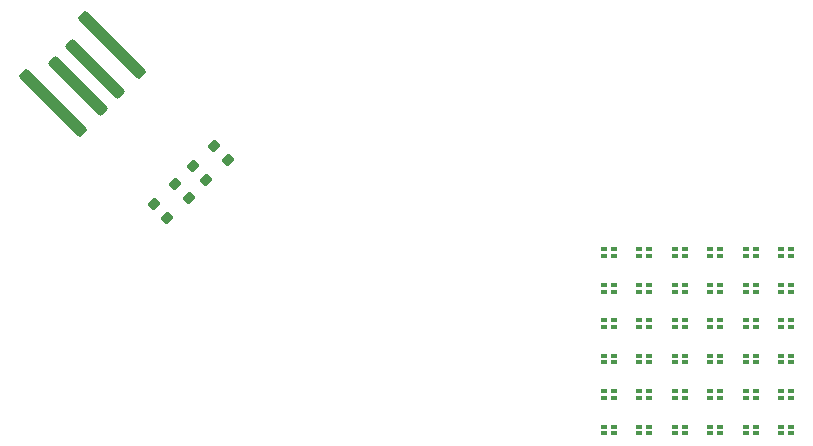
<source format=gtp>
%TF.GenerationSoftware,KiCad,Pcbnew,8.0.5*%
%TF.CreationDate,2024-11-01T13:05:59-07:00*%
%TF.ProjectId,bizcard,62697a63-6172-4642-9e6b-696361645f70,rev?*%
%TF.SameCoordinates,Original*%
%TF.FileFunction,Paste,Top*%
%TF.FilePolarity,Positive*%
%FSLAX46Y46*%
G04 Gerber Fmt 4.6, Leading zero omitted, Abs format (unit mm)*
G04 Created by KiCad (PCBNEW 8.0.5) date 2024-11-01 13:05:59*
%MOMM*%
%LPD*%
G01*
G04 APERTURE LIST*
G04 Aperture macros list*
%AMRoundRect*
0 Rectangle with rounded corners*
0 $1 Rounding radius*
0 $2 $3 $4 $5 $6 $7 $8 $9 X,Y pos of 4 corners*
0 Add a 4 corners polygon primitive as box body*
4,1,4,$2,$3,$4,$5,$6,$7,$8,$9,$2,$3,0*
0 Add four circle primitives for the rounded corners*
1,1,$1+$1,$2,$3*
1,1,$1+$1,$4,$5*
1,1,$1+$1,$6,$7*
1,1,$1+$1,$8,$9*
0 Add four rect primitives between the rounded corners*
20,1,$1+$1,$2,$3,$4,$5,0*
20,1,$1+$1,$4,$5,$6,$7,0*
20,1,$1+$1,$6,$7,$8,$9,0*
20,1,$1+$1,$8,$9,$2,$3,0*%
G04 Aperture macros list end*
%ADD10RoundRect,0.035000X-0.215000X-0.140000X0.215000X-0.140000X0.215000X0.140000X-0.215000X0.140000X0*%
%ADD11RoundRect,0.035000X0.215000X0.140000X-0.215000X0.140000X-0.215000X-0.140000X0.215000X-0.140000X0*%
%ADD12RoundRect,0.200000X-0.335876X-0.053033X-0.053033X-0.335876X0.335876X0.053033X0.053033X0.335876X0*%
%ADD13RoundRect,0.250000X2.262742X-2.616295X2.616295X-2.262742X-2.262742X2.616295X-2.616295X2.262742X0*%
%ADD14RoundRect,0.250000X1.909188X-2.262742X2.262742X-1.909188X-1.909188X2.262742X-2.262742X1.909188X0*%
G04 APERTURE END LIST*
D10*
%TO.C,D10*%
X124780000Y-77720000D03*
X124780000Y-77150000D03*
X123950000Y-77150000D03*
X123950000Y-77720000D03*
%TD*%
%TO.C,D23*%
X127780000Y-83720000D03*
X127780000Y-83150000D03*
X126950000Y-83150000D03*
X126950000Y-83720000D03*
%TD*%
D11*
%TO.C,D35*%
X126950000Y-89150000D03*
X126950000Y-89720000D03*
X127780000Y-89720000D03*
X127780000Y-89150000D03*
%TD*%
D10*
%TO.C,D7*%
X115780000Y-77720000D03*
X115780000Y-77150000D03*
X114950000Y-77150000D03*
X114950000Y-77720000D03*
%TD*%
%TO.C,D8*%
X118780000Y-77720000D03*
X118780000Y-77150000D03*
X117950000Y-77150000D03*
X117950000Y-77720000D03*
%TD*%
%TO.C,D11*%
X127780000Y-77720000D03*
X127780000Y-77150000D03*
X126950000Y-77150000D03*
X126950000Y-77720000D03*
%TD*%
%TO.C,D15*%
X121780000Y-80720000D03*
X121780000Y-80150000D03*
X120950000Y-80150000D03*
X120950000Y-80720000D03*
%TD*%
D11*
%TO.C,D34*%
X123950000Y-89150000D03*
X123950000Y-89720000D03*
X124780000Y-89720000D03*
X124780000Y-89150000D03*
%TD*%
%TO.C,D29*%
X126950000Y-86150000D03*
X126950000Y-86720000D03*
X127780000Y-86720000D03*
X127780000Y-86150000D03*
%TD*%
D10*
%TO.C,D6*%
X130780000Y-74720000D03*
X130780000Y-74150000D03*
X129950000Y-74150000D03*
X129950000Y-74720000D03*
%TD*%
%TO.C,D20*%
X118780000Y-83720000D03*
X118780000Y-83150000D03*
X117950000Y-83150000D03*
X117950000Y-83720000D03*
%TD*%
D11*
%TO.C,D32*%
X117950000Y-89150000D03*
X117950000Y-89720000D03*
X118780000Y-89720000D03*
X118780000Y-89150000D03*
%TD*%
%TO.C,D28*%
X123950000Y-86150000D03*
X123950000Y-86720000D03*
X124780000Y-86720000D03*
X124780000Y-86150000D03*
%TD*%
%TO.C,D33*%
X120950000Y-89150000D03*
X120950000Y-89720000D03*
X121780000Y-89720000D03*
X121780000Y-89150000D03*
%TD*%
D10*
%TO.C,D9*%
X121780000Y-77720000D03*
X121780000Y-77150000D03*
X120950000Y-77150000D03*
X120950000Y-77720000D03*
%TD*%
D11*
%TO.C,D14*%
X117950000Y-80150000D03*
X117950000Y-80720000D03*
X118780000Y-80720000D03*
X118780000Y-80150000D03*
%TD*%
D10*
%TO.C,D1*%
X118780000Y-74720000D03*
X118780000Y-74150000D03*
X117950000Y-74150000D03*
X117950000Y-74720000D03*
%TD*%
D11*
%TO.C,D30*%
X129950000Y-86150000D03*
X129950000Y-86720000D03*
X130780000Y-86720000D03*
X130780000Y-86150000D03*
%TD*%
%TO.C,D26*%
X117950000Y-86150000D03*
X117950000Y-86720000D03*
X118780000Y-86720000D03*
X118780000Y-86150000D03*
%TD*%
%TO.C,D17*%
X126950000Y-80150000D03*
X126950000Y-80720000D03*
X127780000Y-80720000D03*
X127780000Y-80150000D03*
%TD*%
D10*
%TO.C,D4*%
X124780000Y-74720000D03*
X124780000Y-74150000D03*
X123950000Y-74150000D03*
X123950000Y-74720000D03*
%TD*%
D11*
%TO.C,D25*%
X114950000Y-86150000D03*
X114950000Y-86720000D03*
X115780000Y-86720000D03*
X115780000Y-86150000D03*
%TD*%
%TO.C,D16*%
X123950000Y-80150000D03*
X123950000Y-80720000D03*
X124780000Y-80720000D03*
X124780000Y-80150000D03*
%TD*%
D10*
%TO.C,D5*%
X127780000Y-74720000D03*
X127780000Y-74150000D03*
X126950000Y-74150000D03*
X126950000Y-74720000D03*
%TD*%
D12*
%TO.C,R76*%
X80116637Y-67116637D03*
X81283363Y-68283363D03*
%TD*%
D10*
%TO.C,D19*%
X115780000Y-83720000D03*
X115780000Y-83150000D03*
X114950000Y-83150000D03*
X114950000Y-83720000D03*
%TD*%
D12*
%TO.C,R77*%
X81916637Y-65416637D03*
X83083363Y-66583363D03*
%TD*%
D11*
%TO.C,D21*%
X120950000Y-83150000D03*
X120950000Y-83720000D03*
X121780000Y-83720000D03*
X121780000Y-83150000D03*
%TD*%
D10*
%TO.C,D24*%
X130780000Y-83720000D03*
X130780000Y-83150000D03*
X129950000Y-83150000D03*
X129950000Y-83720000D03*
%TD*%
D11*
%TO.C,D13*%
X114950000Y-80150000D03*
X114950000Y-80720000D03*
X115780000Y-80720000D03*
X115780000Y-80150000D03*
%TD*%
%TO.C,D27*%
X120950000Y-86150000D03*
X120950000Y-86720000D03*
X121780000Y-86720000D03*
X121780000Y-86150000D03*
%TD*%
D10*
%TO.C,D40*%
X115780000Y-74720000D03*
X115780000Y-74150000D03*
X114950000Y-74150000D03*
X114950000Y-74720000D03*
%TD*%
D13*
%TO.C,J1*%
X68318019Y-61767767D03*
D14*
X70403984Y-60318198D03*
X71818198Y-58903984D03*
D13*
X73267767Y-56818019D03*
%TD*%
D11*
%TO.C,D31*%
X114950000Y-89150000D03*
X114950000Y-89720000D03*
X115780000Y-89720000D03*
X115780000Y-89150000D03*
%TD*%
D12*
%TO.C,R75*%
X78616637Y-68616637D03*
X79783363Y-69783363D03*
%TD*%
D11*
%TO.C,D18*%
X129950000Y-80150000D03*
X129950000Y-80720000D03*
X130780000Y-80720000D03*
X130780000Y-80150000D03*
%TD*%
D10*
%TO.C,D3*%
X121780000Y-74720000D03*
X121780000Y-74150000D03*
X120950000Y-74150000D03*
X120950000Y-74720000D03*
%TD*%
D11*
%TO.C,D36*%
X129950000Y-89150000D03*
X129950000Y-89720000D03*
X130780000Y-89720000D03*
X130780000Y-89150000D03*
%TD*%
D12*
%TO.C,R74*%
X76816637Y-70316637D03*
X77983363Y-71483363D03*
%TD*%
D10*
%TO.C,D12*%
X130780000Y-77720000D03*
X130780000Y-77150000D03*
X129950000Y-77150000D03*
X129950000Y-77720000D03*
%TD*%
D11*
%TO.C,D22*%
X123950000Y-83150000D03*
X123950000Y-83720000D03*
X124780000Y-83720000D03*
X124780000Y-83150000D03*
%TD*%
M02*

</source>
